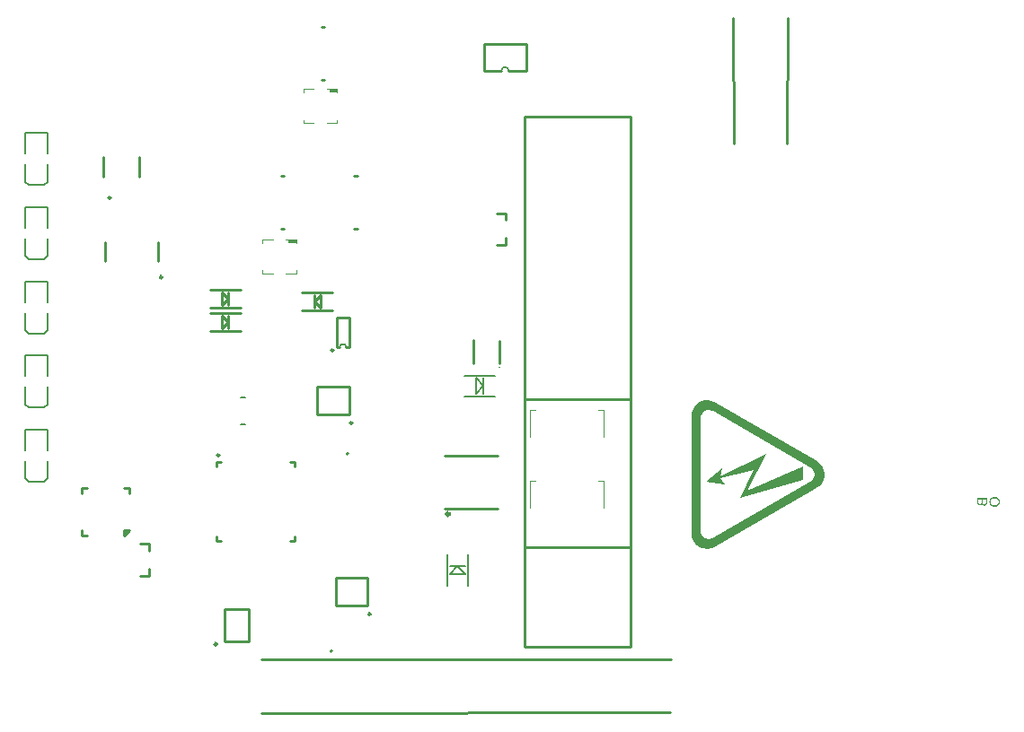
<source format=gbo>
G04*
G04 #@! TF.GenerationSoftware,Altium Limited,Altium Designer,20.2.4 (192)*
G04*
G04 Layer_Color=32896*
%FSLAX25Y25*%
%MOIN*%
G70*
G04*
G04 #@! TF.SameCoordinates,632904D4-FBC6-4040-AE52-8F74E4E9F4E0*
G04*
G04*
G04 #@! TF.FilePolarity,Positive*
G04*
G01*
G75*
%ADD10C,0.00984*%
%ADD11C,0.00787*%
%ADD13C,0.01000*%
%ADD14C,0.00394*%
%ADD44C,0.01181*%
%ADD175C,0.00400*%
%ADD176C,0.00591*%
G36*
X256961Y130872D02*
X257658Y130779D01*
X257984Y130709D01*
X258263Y130616D01*
X258542Y130523D01*
X258775Y130430D01*
X258984Y130360D01*
X259170Y130267D01*
X259310Y130198D01*
X259403Y130151D01*
X259473Y130128D01*
X259496Y130104D01*
X297573Y108147D01*
X297829Y107961D01*
X298061Y107798D01*
X298201Y107705D01*
X298224Y107659D01*
X298247D01*
X298433Y107496D01*
X298643Y107310D01*
X298782Y107170D01*
X298829Y107124D01*
X298852Y107100D01*
X299108Y106798D01*
X299340Y106472D01*
X299550Y106147D01*
X299736Y105821D01*
X299875Y105496D01*
X299992Y105170D01*
X300178Y104588D01*
X300248Y104309D01*
X300294Y104053D01*
X300317Y103844D01*
X300341Y103658D01*
X300364Y103495D01*
Y103286D01*
X300341Y102727D01*
X300248Y102192D01*
X300131Y101704D01*
X299992Y101285D01*
X299829Y100936D01*
X299782Y100797D01*
X299712Y100681D01*
X299666Y100588D01*
X299620Y100518D01*
X299596Y100471D01*
Y100448D01*
X299480Y100262D01*
X299387Y100146D01*
X299340Y100053D01*
X299317Y100029D01*
Y100053D01*
X299038Y99681D01*
X298736Y99355D01*
X298410Y99076D01*
X298131Y98843D01*
X297875Y98657D01*
X297666Y98518D01*
X297526Y98424D01*
X297503Y98401D01*
X297480D01*
X259403Y76397D01*
X259380D01*
X259356Y76374D01*
X259310Y76351D01*
X259287Y76327D01*
X258961Y76188D01*
X258728Y76072D01*
X258635Y76048D01*
X258566Y76025D01*
X258542Y76002D01*
X258519D01*
X258449Y75978D01*
X258333Y75932D01*
X258077Y75862D01*
X257961Y75816D01*
X257844Y75792D01*
X257775Y75769D01*
X257751D01*
X257356Y75699D01*
X256984Y75676D01*
X256612Y75653D01*
X256240Y75676D01*
X255588Y75769D01*
X255286Y75839D01*
X254983Y75909D01*
X254728Y76002D01*
X254518Y76072D01*
X254309Y76165D01*
X254146Y76234D01*
X254007Y76304D01*
X253914Y76351D01*
X253844Y76397D01*
X253820D01*
X253797D01*
Y76420D01*
X253541Y76560D01*
X253309Y76723D01*
X253239Y76793D01*
X253169Y76839D01*
X253123Y76862D01*
X253099Y76886D01*
X252867Y77072D01*
X252681Y77258D01*
X252541Y77397D01*
X252518Y77444D01*
X252495Y77467D01*
X252216Y77793D01*
X251983Y78118D01*
X251797Y78444D01*
X251611Y78770D01*
X251471Y79095D01*
X251332Y79421D01*
X251169Y80026D01*
X251099Y80305D01*
X251053Y80561D01*
X251029Y80793D01*
X251006Y80979D01*
X250983Y81142D01*
Y125406D01*
X251006Y125592D01*
X251029Y125755D01*
Y125894D01*
X251053Y126011D01*
Y126104D01*
X251076Y126174D01*
Y126220D01*
X251099Y126336D01*
X251122Y126453D01*
X251192Y126709D01*
X251215Y126825D01*
X251239Y126918D01*
X251262Y126988D01*
Y127011D01*
X251401Y127383D01*
X251564Y127732D01*
X251937Y128360D01*
X252146Y128662D01*
X252355Y128918D01*
X252565Y129151D01*
X252797Y129360D01*
X252983Y129546D01*
X253192Y129709D01*
X253355Y129849D01*
X253518Y129965D01*
X253635Y130058D01*
X253728Y130128D01*
X253797Y130151D01*
X253820Y130174D01*
X254007Y130267D01*
X254146Y130337D01*
X254286Y130407D01*
X254402Y130453D01*
X254472Y130500D01*
X254542Y130523D01*
X254588Y130546D01*
X254914Y130663D01*
X255170Y130733D01*
X255263Y130756D01*
X255332D01*
X255379Y130779D01*
X255402D01*
X255798Y130849D01*
X256216Y130895D01*
X256589D01*
X256961Y130872D01*
D02*
G37*
G36*
X360779Y93032D02*
X360775Y92967D01*
X360774Y92908D01*
X360768Y92851D01*
X360765Y92797D01*
X360760Y92747D01*
X360753Y92701D01*
X360748Y92658D01*
X360742Y92620D01*
X360735Y92586D01*
X360730Y92557D01*
X360727Y92534D01*
X360721Y92515D01*
X360720Y92501D01*
X360716Y92493D01*
Y92489D01*
X360704Y92444D01*
X360690Y92400D01*
X360676Y92358D01*
X360661Y92320D01*
X360645Y92284D01*
X360629Y92249D01*
X360614Y92218D01*
X360600Y92190D01*
X360586Y92164D01*
X360572Y92141D01*
X360561Y92122D01*
X360551Y92106D01*
X360542Y92094D01*
X360535Y92084D01*
X360532Y92078D01*
X360530Y92077D01*
X360506Y92047D01*
X360480Y92018D01*
X360422Y91964D01*
X360394Y91939D01*
X360365Y91917D01*
X360335Y91896D01*
X360307Y91877D01*
X360281Y91859D01*
X360257Y91843D01*
X360236Y91831D01*
X360217Y91819D01*
X360201Y91812D01*
X360189Y91805D01*
X360180Y91802D01*
X360179Y91800D01*
X360135Y91781D01*
X360092Y91764D01*
X360048Y91748D01*
X360005Y91734D01*
X359963Y91723D01*
X359923Y91715D01*
X359883Y91708D01*
X359846Y91701D01*
X359813Y91696D01*
X359782Y91692D01*
X359754Y91690D01*
X359731Y91689D01*
X359712Y91687D01*
X359698D01*
X359690D01*
X359686D01*
X359625Y91689D01*
X359568Y91696D01*
X359512Y91704D01*
X359458Y91716D01*
X359408Y91730D01*
X359361Y91746D01*
X359317Y91762D01*
X359277Y91779D01*
X359241Y91796D01*
X359209Y91812D01*
X359181Y91828D01*
X359159Y91842D01*
X359140Y91854D01*
X359126Y91863D01*
X359119Y91870D01*
X359115Y91871D01*
X359072Y91908D01*
X359032Y91946D01*
X358994Y91988D01*
X358961Y92031D01*
X358929Y92075D01*
X358901Y92118D01*
X358875Y92162D01*
X358853Y92204D01*
X358834Y92244D01*
X358818Y92280D01*
X358804Y92313D01*
X358792Y92343D01*
X358783Y92365D01*
X358778Y92383D01*
X358776Y92390D01*
X358774Y92395D01*
X358773Y92397D01*
Y92399D01*
X358747Y92350D01*
X358720Y92305D01*
X358691Y92263D01*
X358663Y92225D01*
X358633Y92188D01*
X358606Y92157D01*
X358578Y92127D01*
X358550Y92101D01*
X358526Y92077D01*
X358503Y92058D01*
X358482Y92040D01*
X358463Y92026D01*
X358449Y92016D01*
X358437Y92007D01*
X358430Y92004D01*
X358428Y92002D01*
X358388Y91979D01*
X358346Y91958D01*
X358306Y91941D01*
X358266Y91925D01*
X358228Y91913D01*
X358190Y91903D01*
X358153Y91892D01*
X358120Y91885D01*
X358089Y91880D01*
X358059Y91877D01*
X358035Y91873D01*
X358014Y91871D01*
X357997Y91870D01*
X357983D01*
X357976D01*
X357972D01*
X357924Y91871D01*
X357876Y91877D01*
X357830Y91883D01*
X357784Y91892D01*
X357743Y91904D01*
X357701Y91917D01*
X357663Y91931D01*
X357626Y91943D01*
X357593Y91957D01*
X357563Y91970D01*
X357537Y91983D01*
X357516Y91995D01*
X357499Y92004D01*
X357485Y92010D01*
X357478Y92016D01*
X357475Y92018D01*
X357431Y92047D01*
X357391Y92078D01*
X357353Y92110D01*
X357318Y92145D01*
X357287Y92178D01*
X357259Y92212D01*
X357233Y92245D01*
X357208Y92278D01*
X357188Y92308D01*
X357170Y92338D01*
X357154Y92362D01*
X357142Y92385D01*
X357134Y92402D01*
X357127Y92416D01*
X357123Y92425D01*
X357121Y92428D01*
X357101Y92479D01*
X357083Y92532D01*
X357067Y92588D01*
X357055Y92646D01*
X357043Y92705D01*
X357034Y92762D01*
X357027Y92818D01*
X357020Y92872D01*
X357015Y92924D01*
X357012Y92971D01*
X357010Y93013D01*
X357008Y93049D01*
Y93065D01*
X357007Y93079D01*
Y94537D01*
X360779D01*
Y93032D01*
D02*
G37*
G36*
X363627Y94912D02*
X363717Y94905D01*
X363806Y94895D01*
X363891Y94881D01*
X363973Y94863D01*
X364051Y94846D01*
X364124Y94827D01*
X364192Y94806D01*
X364255Y94785D01*
X364282Y94776D01*
X364310Y94766D01*
X364335Y94757D01*
X364359Y94748D01*
X364380Y94740D01*
X364399Y94731D01*
X364418Y94724D01*
X364432Y94717D01*
X364446Y94712D01*
X364457Y94707D01*
X364465Y94703D01*
X364472Y94700D01*
X364476Y94698D01*
X364477D01*
X364559Y94655D01*
X364636Y94609D01*
X364707Y94559D01*
X364775Y94508D01*
X364838Y94454D01*
X364895Y94402D01*
X364947Y94350D01*
X364994Y94300D01*
X365038Y94251D01*
X365074Y94207D01*
X365106Y94167D01*
X365132Y94133D01*
X365142Y94117D01*
X365153Y94103D01*
X365160Y94091D01*
X365166Y94082D01*
X365172Y94073D01*
X365175Y94068D01*
X365179Y94065D01*
Y94063D01*
X365224Y93983D01*
X365262Y93901D01*
X365297Y93819D01*
X365326Y93736D01*
X365351Y93656D01*
X365372Y93576D01*
X365389Y93501D01*
X365403Y93428D01*
X365413Y93362D01*
X365421Y93301D01*
X365424Y93271D01*
X365426Y93245D01*
X365429Y93221D01*
X365431Y93200D01*
Y93179D01*
X365433Y93161D01*
Y93146D01*
X365434Y93134D01*
Y93109D01*
X365431Y93019D01*
X365424Y92928D01*
X365413Y92843D01*
X365398Y92760D01*
X365381Y92680D01*
X365361Y92605D01*
X365340Y92533D01*
X365318Y92467D01*
X365297Y92408D01*
X365276Y92354D01*
X365266Y92330D01*
X365257Y92307D01*
X365248Y92286D01*
X365240Y92267D01*
X365231Y92251D01*
X365224Y92236D01*
X365219Y92224D01*
X365213Y92213D01*
X365208Y92204D01*
X365205Y92199D01*
X365203Y92196D01*
Y92194D01*
X365158Y92118D01*
X365107Y92045D01*
X365053Y91977D01*
X364998Y91912D01*
X364942Y91853D01*
X364885Y91799D01*
X364829Y91750D01*
X364775Y91707D01*
X364723Y91667D01*
X364674Y91634D01*
X364631Y91604D01*
X364594Y91582D01*
X364577Y91571D01*
X364563Y91562D01*
X364550Y91556D01*
X364538Y91549D01*
X364531Y91543D01*
X364524Y91542D01*
X364521Y91538D01*
X364519D01*
X364432Y91498D01*
X364345Y91462D01*
X364256Y91430D01*
X364168Y91404D01*
X364079Y91382D01*
X363994Y91362D01*
X363912Y91348D01*
X363835Y91336D01*
X363762Y91326D01*
X363729Y91322D01*
X363696Y91319D01*
X363667Y91315D01*
X363637Y91314D01*
X363611Y91312D01*
X363588Y91310D01*
X363566Y91308D01*
X363546D01*
X363531Y91307D01*
X363517D01*
X363505D01*
X363498D01*
X363493D01*
X363491D01*
X363386Y91308D01*
X363285Y91315D01*
X363188Y91328D01*
X363094Y91342D01*
X363005Y91357D01*
X362922Y91376D01*
X362845Y91395D01*
X362774Y91416D01*
X362739Y91427D01*
X362708Y91437D01*
X362678Y91446D01*
X362650Y91456D01*
X362624Y91467D01*
X362600Y91475D01*
X362579Y91484D01*
X362558Y91491D01*
X362541Y91500D01*
X362525Y91505D01*
X362511Y91512D01*
X362501Y91517D01*
X362492Y91521D01*
X362485Y91524D01*
X362482Y91526D01*
X362480D01*
X362398Y91569D01*
X362321Y91616D01*
X362250Y91667D01*
X362182Y91719D01*
X362120Y91771D01*
X362062Y91825D01*
X362012Y91877D01*
X361965Y91928D01*
X361923Y91977D01*
X361887Y92022D01*
X361855Y92062D01*
X361829Y92097D01*
X361819Y92112D01*
X361810Y92126D01*
X361801Y92138D01*
X361796Y92147D01*
X361791Y92156D01*
X361787Y92161D01*
X361784Y92164D01*
Y92166D01*
X361740Y92246D01*
X361700Y92326D01*
X361667Y92408D01*
X361639Y92490D01*
X361615Y92570D01*
X361594Y92648D01*
X361579Y92723D01*
X361565Y92794D01*
X361554Y92861D01*
X361547Y92920D01*
X361544Y92948D01*
X361540Y92974D01*
X361539Y92998D01*
X361537Y93019D01*
X361535Y93040D01*
Y93071D01*
X361533Y93085D01*
Y93108D01*
X361535Y93181D01*
X361539Y93254D01*
X361547Y93323D01*
X361556Y93393D01*
X361568Y93459D01*
X361582Y93524D01*
X361598Y93586D01*
X361617Y93647D01*
X361636Y93706D01*
X361657Y93762D01*
X361680Y93818D01*
X361702Y93870D01*
X361725Y93920D01*
X361749Y93967D01*
X361775Y94014D01*
X361800Y94058D01*
X361824Y94098D01*
X361850Y94138D01*
X361873Y94174D01*
X361897Y94207D01*
X361920Y94239D01*
X361942Y94268D01*
X361963Y94294D01*
X361982Y94317D01*
X362000Y94340D01*
X362017Y94357D01*
X362031Y94373D01*
X362043Y94387D01*
X362052Y94395D01*
X362060Y94404D01*
X362064Y94407D01*
X362066Y94409D01*
X362116Y94454D01*
X362170Y94498D01*
X362224Y94538D01*
X362281Y94576D01*
X362339Y94611D01*
X362398Y94642D01*
X362459Y94674D01*
X362520Y94701D01*
X362581Y94726D01*
X362642Y94750D01*
X362703Y94771D01*
X362764Y94790D01*
X362824Y94808D01*
X362884Y94823D01*
X362998Y94851D01*
X363054Y94862D01*
X363108Y94872D01*
X363160Y94881D01*
X363209Y94888D01*
X363256Y94893D01*
X363301Y94898D01*
X363341Y94903D01*
X363380Y94905D01*
X363414Y94908D01*
X363444Y94910D01*
X363470Y94912D01*
X363493D01*
X363510Y94914D01*
X363524D01*
X363531D01*
X363534D01*
X363627Y94912D01*
D02*
G37*
%LPC*%
G36*
X257565Y127244D02*
X257472D01*
X257403D01*
X257379D01*
X257077Y127220D01*
X256798Y127174D01*
X256542Y127104D01*
X256309Y127034D01*
X256123Y126964D01*
X255984Y126895D01*
X255867Y126848D01*
X255844Y126825D01*
X255495Y126569D01*
X255193Y126290D01*
X254960Y126011D01*
X254774Y125732D01*
X254635Y125476D01*
X254542Y125290D01*
X254495Y125150D01*
X254472Y125127D01*
Y125104D01*
X254495Y125150D01*
Y125104D01*
X254449Y124987D01*
X254425Y124871D01*
X254402Y124778D01*
X254356Y124685D01*
Y124220D01*
X254332Y124197D01*
Y82398D01*
X254356Y81956D01*
X254449Y81561D01*
X254588Y81212D01*
X254728Y80910D01*
X254867Y80654D01*
X255007Y80468D01*
X255100Y80375D01*
X255123Y80328D01*
X255286Y80189D01*
X255379Y80095D01*
X255449Y80049D01*
X255472Y80026D01*
X255588Y79909D01*
X255728Y79816D01*
X255821Y79770D01*
X255844Y79747D01*
X256216Y79561D01*
X256612Y79444D01*
X256961Y79374D01*
X257286Y79351D01*
X257565D01*
X257798Y79374D01*
X257938Y79398D01*
X257961D01*
X257984D01*
X258100Y79421D01*
X258240Y79467D01*
X258356Y79514D01*
X258403Y79537D01*
X258519Y79584D01*
X258659Y79630D01*
X258775Y79677D01*
X258798Y79700D01*
X258821D01*
X258845Y79723D01*
X258868Y79747D01*
Y79723D01*
X295060Y100634D01*
X295270Y100750D01*
X295456Y100913D01*
X295619Y101053D01*
X295782Y101192D01*
X295898Y101332D01*
X295991Y101448D01*
X296037Y101518D01*
X296061Y101541D01*
X296084Y101611D01*
X296107Y101634D01*
X296177Y101727D01*
X296200Y101751D01*
X296340Y102030D01*
X296433Y102286D01*
X296526Y102565D01*
X296572Y102797D01*
X296596Y102983D01*
X296619Y103146D01*
Y103286D01*
X296596D01*
X296572Y103704D01*
X296479Y104100D01*
X296340Y104449D01*
X296200Y104751D01*
X296061Y105007D01*
X295921Y105170D01*
X295828Y105286D01*
X295805Y105333D01*
X295665Y105472D01*
X295572Y105565D01*
X295502Y105612D01*
X295479Y105635D01*
X295363Y105728D01*
X295270Y105775D01*
X295200Y105821D01*
X295154Y105868D01*
X295107Y105891D01*
X258938Y126778D01*
X258914Y126802D01*
X258682Y126918D01*
X258472Y127011D01*
X258263Y127081D01*
X258054Y127150D01*
X257891Y127174D01*
X257775Y127197D01*
X257682Y127220D01*
X257658D01*
X257635D01*
X257565Y127244D01*
D02*
G37*
%LPD*%
G36*
X271777Y97238D02*
X292525Y106240D01*
X292362Y101239D01*
X268916Y94470D01*
X274127Y105053D01*
X261636Y101797D01*
X263427Y99494D01*
X256426Y100634D01*
X262287Y105635D01*
X261543Y102635D01*
X278872Y111008D01*
X271777Y97238D01*
D02*
G37*
%LPC*%
G36*
X358592Y94038D02*
X357452D01*
Y93209D01*
X357454Y93142D01*
X357457Y93079D01*
X357461Y93022D01*
X357464Y92969D01*
X357469Y92922D01*
X357475Y92880D01*
X357478Y92844D01*
X357483Y92813D01*
X357488Y92785D01*
X357494Y92760D01*
X357497Y92743D01*
X357501Y92727D01*
X357504Y92719D01*
X357506Y92712D01*
Y92710D01*
X357516Y92679D01*
X357528Y92651D01*
X357542Y92623D01*
X357558Y92599D01*
X357574Y92576D01*
X357591Y92555D01*
X357607Y92534D01*
X357623Y92519D01*
X357638Y92503D01*
X357652Y92489D01*
X357666Y92479D01*
X357678Y92468D01*
X357687Y92461D01*
X357694Y92456D01*
X357699Y92454D01*
X357701Y92453D01*
X357729Y92437D01*
X357756Y92423D01*
X357784Y92411D01*
X357812Y92400D01*
X357868Y92385D01*
X357920Y92373D01*
X357943Y92369D01*
X357963Y92367D01*
X357983Y92365D01*
X358000Y92364D01*
X358012Y92362D01*
X358023D01*
X358030D01*
X358031D01*
X358068Y92364D01*
X358103Y92365D01*
X358136Y92371D01*
X358167Y92378D01*
X358197Y92385D01*
X358223Y92393D01*
X358249Y92402D01*
X358272Y92411D01*
X358292Y92419D01*
X358310Y92428D01*
X358326Y92437D01*
X358338Y92444D01*
X358348Y92451D01*
X358355Y92456D01*
X358360Y92458D01*
X358362Y92459D01*
X358386Y92479D01*
X358407Y92500D01*
X358446Y92545D01*
X358479Y92592D01*
X358505Y92639D01*
X358515Y92660D01*
X358524Y92680D01*
X358531Y92698D01*
X358538Y92713D01*
X358543Y92727D01*
X358545Y92736D01*
X358548Y92743D01*
Y92745D01*
X358555Y92774D01*
X358562Y92808D01*
X358569Y92842D01*
X358573Y92880D01*
X358581Y92959D01*
X358587Y93037D01*
X358588Y93074D01*
X358590Y93108D01*
Y93140D01*
X358592Y93168D01*
Y94038D01*
D02*
G37*
G36*
X360335D02*
X359037D01*
Y93098D01*
X359041Y93037D01*
X359042Y92980D01*
X359048Y92926D01*
X359053Y92877D01*
X359058Y92832D01*
X359063Y92790D01*
X359068Y92753D01*
X359075Y92721D01*
X359081Y92693D01*
X359086Y92668D01*
X359091Y92647D01*
X359096Y92632D01*
X359098Y92621D01*
X359102Y92614D01*
Y92613D01*
X359114Y92578D01*
X359129Y92545D01*
X359145Y92513D01*
X359162Y92486D01*
X359180Y92458D01*
X359199Y92433D01*
X359216Y92411D01*
X359234Y92392D01*
X359251Y92373D01*
X359268Y92357D01*
X359282Y92345D01*
X359295Y92332D01*
X359305Y92324D01*
X359314Y92318D01*
X359319Y92315D01*
X359321Y92313D01*
X359350Y92294D01*
X359382Y92278D01*
X359411Y92263D01*
X359442Y92251D01*
X359474Y92240D01*
X359505Y92232D01*
X359533Y92225D01*
X359561Y92219D01*
X359587Y92214D01*
X359611Y92211D01*
X359632Y92209D01*
X359651Y92207D01*
X359665Y92205D01*
X359677D01*
X359684D01*
X359686D01*
X359719D01*
X359751Y92209D01*
X359811Y92218D01*
X359839Y92223D01*
X359865Y92230D01*
X359890Y92235D01*
X359912Y92242D01*
X359933Y92249D01*
X359951Y92256D01*
X359966Y92263D01*
X359980Y92268D01*
X359991Y92273D01*
X359998Y92277D01*
X360003Y92278D01*
X360005Y92280D01*
X360053Y92310D01*
X360095Y92341D01*
X360132Y92373D01*
X360161Y92402D01*
X360186Y92430D01*
X360194Y92440D01*
X360201Y92451D01*
X360208Y92459D01*
X360212Y92465D01*
X360213Y92468D01*
X360215Y92470D01*
X360240Y92515D01*
X360260Y92564D01*
X360278Y92613D01*
X360292Y92658D01*
X360299Y92679D01*
X360302Y92698D01*
X360307Y92715D01*
X360311Y92729D01*
X360313Y92741D01*
X360314Y92752D01*
X360316Y92757D01*
Y92759D01*
X360319Y92778D01*
X360323Y92800D01*
X360325Y92827D01*
X360327Y92853D01*
X360330Y92908D01*
X360333Y92964D01*
Y93016D01*
X360335Y93039D01*
Y94038D01*
D02*
G37*
G36*
X363573Y94399D02*
X363560D01*
X363550D01*
X363545D01*
X363543D01*
X363465Y94397D01*
X363388Y94395D01*
X363317Y94390D01*
X363246Y94383D01*
X363179Y94374D01*
X363115Y94364D01*
X363052Y94352D01*
X362993Y94340D01*
X362937Y94326D01*
X362884Y94310D01*
X362831Y94294D01*
X362783Y94279D01*
X362737Y94261D01*
X362694Y94244D01*
X362654Y94226D01*
X362616Y94207D01*
X362579Y94190D01*
X362546Y94173D01*
X362515Y94155D01*
X362487Y94138D01*
X362461Y94122D01*
X362436Y94106D01*
X362416Y94091D01*
X362396Y94077D01*
X362381Y94065D01*
X362365Y94052D01*
X362355Y94042D01*
X362344Y94033D01*
X362337Y94026D01*
X362330Y94021D01*
X362329Y94019D01*
X362327Y94018D01*
X362294Y93981D01*
X362262Y93945D01*
X362234Y93906D01*
X362207Y93868D01*
X362182Y93830D01*
X362158Y93791D01*
X362116Y93713D01*
X362081Y93637D01*
X362052Y93560D01*
X362028Y93487D01*
X362008Y93417D01*
X361993Y93351D01*
X361982Y93292D01*
X361977Y93264D01*
X361974Y93238D01*
X361972Y93216D01*
X361968Y93193D01*
X361967Y93174D01*
X361965Y93156D01*
Y93141D01*
X361963Y93129D01*
Y93104D01*
X361965Y93034D01*
X361972Y92968D01*
X361981Y92904D01*
X361993Y92841D01*
X362007Y92784D01*
X362022Y92728D01*
X362040Y92676D01*
X362057Y92629D01*
X362076Y92586D01*
X362092Y92547D01*
X362109Y92513D01*
X362123Y92485D01*
X362135Y92462D01*
X362144Y92446D01*
X362151Y92436D01*
X362153Y92432D01*
X362189Y92378D01*
X362229Y92326D01*
X362271Y92279D01*
X362315Y92234D01*
X362360Y92194D01*
X362403Y92156D01*
X362447Y92123D01*
X362489Y92091D01*
X362529Y92065D01*
X362567Y92041D01*
X362600Y92022D01*
X362628Y92006D01*
X362652Y91992D01*
X362669Y91984D01*
X362677Y91980D01*
X362682Y91978D01*
X362684Y91977D01*
X362685D01*
X362751Y91949D01*
X362817Y91924D01*
X362887Y91904D01*
X362955Y91886D01*
X363023Y91870D01*
X363091Y91858D01*
X363155Y91848D01*
X363216Y91839D01*
X363273Y91834D01*
X363326Y91829D01*
X363371Y91825D01*
X363392Y91824D01*
X363411Y91822D01*
X363428D01*
X363444D01*
X363458Y91820D01*
X363468D01*
X363477D01*
X363484D01*
X363487D01*
X363489D01*
X363557Y91822D01*
X363621Y91824D01*
X363684Y91829D01*
X363747Y91836D01*
X363806Y91844D01*
X363863Y91853D01*
X363919Y91865D01*
X363971Y91877D01*
X364023Y91890D01*
X364072Y91905D01*
X364119Y91919D01*
X364164Y91935D01*
X364208Y91952D01*
X364248Y91968D01*
X364288Y91985D01*
X364324Y92003D01*
X364359Y92020D01*
X364390Y92037D01*
X364422Y92053D01*
X364450Y92071D01*
X364476Y92086D01*
X364498Y92100D01*
X364521Y92114D01*
X364540Y92128D01*
X364557Y92140D01*
X364571Y92152D01*
X364583Y92161D01*
X364594Y92170D01*
X364603Y92177D01*
X364608Y92182D01*
X364611Y92184D01*
X364613Y92185D01*
X364650Y92220D01*
X364683Y92255D01*
X364714Y92291D01*
X364744Y92330D01*
X364772Y92368D01*
X364798Y92406D01*
X364820Y92445D01*
X364843Y92483D01*
X364862Y92523D01*
X364881Y92561D01*
X364912Y92638D01*
X364938Y92714D01*
X364959Y92786D01*
X364977Y92854D01*
X364989Y92914D01*
X364994Y92944D01*
X364998Y92970D01*
X365001Y92996D01*
X365003Y93019D01*
X365006Y93040D01*
Y93059D01*
X365008Y93075D01*
X365010Y93089D01*
Y93113D01*
X365008Y93163D01*
X365005Y93214D01*
X364999Y93262D01*
X364992Y93311D01*
X364973Y93403D01*
X364949Y93490D01*
X364919Y93572D01*
X364886Y93647D01*
X364850Y93717D01*
X364813Y93781D01*
X364777Y93838D01*
X364759Y93863D01*
X364742Y93887D01*
X364724Y93910D01*
X364709Y93931D01*
X364693Y93950D01*
X364679Y93967D01*
X364667Y93983D01*
X364655Y93995D01*
X364644Y94007D01*
X364636Y94016D01*
X364629Y94023D01*
X364622Y94030D01*
X364620Y94032D01*
X364618Y94033D01*
X364580Y94066D01*
X364542Y94098D01*
X364500Y94127D01*
X364460Y94153D01*
X364417Y94179D01*
X364373Y94202D01*
X364330Y94225D01*
X364284Y94244D01*
X364194Y94280D01*
X364105Y94310D01*
X364018Y94334D01*
X363933Y94353D01*
X363853Y94367D01*
X363816Y94374D01*
X363780Y94380D01*
X363745Y94383D01*
X363714Y94388D01*
X363684Y94390D01*
X363656Y94393D01*
X363630Y94395D01*
X363609Y94397D01*
X363590D01*
X363573Y94399D01*
D02*
G37*
%LPD*%
D10*
X75886Y110433D02*
G03*
X75886Y110433I-492J0D01*
G01*
X74902Y40256D02*
G03*
X74902Y40256I-492J0D01*
G01*
X54646Y176575D02*
G03*
X54646Y176575I-492J0D01*
G01*
X35531Y206102D02*
G03*
X35531Y206102I-492J0D01*
G01*
X49606Y75000D02*
Y77559D01*
Y65748D02*
Y68307D01*
X46260Y77559D02*
X49606D01*
X46260Y65748D02*
X49606D01*
X79016Y157480D02*
Y162205D01*
X76653Y157480D02*
X79016Y159843D01*
X76653Y162205D02*
X79016Y159843D01*
X76653Y157480D02*
Y162205D01*
X72323Y163189D02*
X83661D01*
X72323Y156496D02*
X83661D01*
X178543Y188583D02*
X181890D01*
X178543Y200394D02*
X181890D01*
Y188583D02*
Y191142D01*
Y197835D02*
Y200394D01*
X103543Y106201D02*
Y107874D01*
X102067D02*
X103543D01*
Y78740D02*
Y80413D01*
X102067Y78740D02*
X103543D01*
X74803D02*
X76279D01*
X74803D02*
Y80413D01*
Y106201D02*
Y107874D01*
X76279D01*
X77756Y41142D02*
Y53347D01*
X86811Y41142D02*
Y53347D01*
X77756Y41142D02*
X86811D01*
X77756Y53347D02*
X86811D01*
X122835Y150591D02*
X124016D01*
X119291D02*
X120473D01*
X124016D02*
Y161614D01*
X119291D02*
X124016D01*
X119291Y150591D02*
Y161614D01*
X113583Y250000D02*
X114764D01*
X113583Y269685D02*
X114764D01*
X173917Y253405D02*
X180541D01*
X183041D02*
X189665D01*
Y263405D01*
X173917D02*
X189665D01*
X173917Y253405D02*
Y263405D01*
X53150Y182480D02*
Y189567D01*
X33465Y182480D02*
Y189567D01*
X170197Y153150D02*
X170197Y144685D01*
X179646D02*
Y152756D01*
X46063Y213779D02*
Y221260D01*
X32677Y213779D02*
Y221260D01*
X72323Y165157D02*
X83661D01*
X72323Y171850D02*
X83661D01*
X76654Y166142D02*
Y170866D01*
X79016Y168504D01*
X76654Y166142D02*
X79016Y168504D01*
X79016Y166142D02*
Y170866D01*
X106496Y171063D02*
X117835D01*
X106496Y164370D02*
X117835D01*
X113504Y165354D02*
Y170079D01*
X111142Y167717D02*
X113504Y165354D01*
X111142Y167717D02*
X113504Y170079D01*
X111142Y165354D02*
Y170079D01*
X98622Y214173D02*
X99803D01*
X98622Y194488D02*
X99803D01*
X125787Y194488D02*
X126969D01*
X125787Y214173D02*
X126969D01*
X266535Y272835D02*
X266732Y226378D01*
X286417D02*
X286614Y272835D01*
D11*
X122835Y150591D02*
G03*
X120473Y150591I-1181J0D01*
G01*
X183041Y253405D02*
G03*
X180541Y253405I-1250J0D01*
G01*
X179842Y143110D02*
G03*
X179842Y143110I-197J0D01*
G01*
X117717Y37598D02*
G03*
X117717Y37598I-394J0D01*
G01*
X123622Y111024D02*
G03*
X123622Y111024I-394J0D01*
G01*
D13*
X131890Y51378D02*
G03*
X131890Y51378I-394J0D01*
G01*
X118110Y149409D02*
G03*
X118110Y149409I-394J0D01*
G01*
X125079Y122441D02*
G03*
X125079Y122441I-394J0D01*
G01*
X130709Y54527D02*
Y64764D01*
X118898D02*
X130709D01*
X118898Y54527D02*
Y64764D01*
Y54527D02*
X130709D01*
X24606Y80512D02*
X26575D01*
X24606D02*
Y82480D01*
Y96260D02*
Y98228D01*
X26575D01*
X40354D02*
X42323D01*
Y96260D02*
Y98228D01*
X40354Y82480D02*
X42323D01*
X40354Y80512D02*
X42323Y82480D01*
X40354Y80512D02*
Y82480D01*
X159449Y110236D02*
X179134D01*
X159449Y90551D02*
X179134D01*
X112087Y125591D02*
X123898D01*
X112087D02*
Y135827D01*
X123898D01*
Y125591D02*
Y135827D01*
X188976Y76272D02*
X228346D01*
X188976Y131390D02*
X228346D01*
X188976Y236221D02*
X228346D01*
X188976Y39370D02*
X228346D01*
Y236221D01*
X188976D02*
X188976Y39370D01*
X91339Y14567D02*
X242913Y14961D01*
X91339Y34449D02*
X243307Y34449D01*
D14*
X119488Y245276D02*
Y246457D01*
X115551D02*
X119488D01*
X106890D02*
X110827D01*
X106890Y245276D02*
Y246457D01*
Y233858D02*
Y235039D01*
Y233858D02*
X110827D01*
X115551D02*
X119488D01*
Y235039D01*
X116634Y245571D02*
Y246457D01*
Y245571D02*
X119488D01*
Y245866D01*
X116634D02*
X119488D01*
X116634D02*
Y246161D01*
X119488D01*
X101476Y190256D02*
X104331D01*
X101476Y189961D02*
Y190256D01*
Y189961D02*
X104331D01*
Y189665D02*
Y189961D01*
X101476Y189665D02*
X104331D01*
X101476D02*
Y190551D01*
X104331Y177953D02*
Y179134D01*
X100394Y177953D02*
X104331D01*
X91732D02*
X95669D01*
X91732D02*
Y179134D01*
Y189370D02*
Y190551D01*
X95669D01*
X100394D02*
X104331D01*
Y189370D02*
Y190551D01*
D44*
X161221Y88583D02*
G03*
X161221Y88583I-591J0D01*
G01*
D175*
X216535Y100788D02*
X218504Y100788D01*
X218504Y90945D01*
X190945Y100788D02*
X190945Y90945D01*
X190945Y100788D02*
X192913Y100788D01*
X190945Y127166D02*
X192913Y127166D01*
X190945Y127166D02*
X190945Y117323D01*
X218504Y127166D02*
X218504Y117323D01*
X216535Y127166D02*
X218504Y127166D01*
D176*
X83661Y131890D02*
X85236D01*
X83661Y122047D02*
X85236D01*
X173819Y133268D02*
Y139173D01*
X171063D02*
X173819Y136221D01*
X171063Y133268D02*
X173819Y136221D01*
X171063Y133268D02*
Y139173D01*
X166732Y132362D02*
X178150D01*
X166732Y140079D02*
X178150D01*
X12024Y222441D02*
Y230134D01*
X3724D02*
X12024D01*
X3724Y222441D02*
Y230134D01*
X12024Y212024D02*
Y218504D01*
X10811Y210811D02*
X12024Y212024D01*
X3724D02*
Y218504D01*
Y212024D02*
X4937Y210811D01*
X10811D01*
X160315Y62008D02*
Y73425D01*
X168032Y62008D02*
Y73425D01*
X161221Y66339D02*
X167126D01*
X164173Y69095D02*
X167126Y66339D01*
X161221D02*
X164173Y69095D01*
X161221D02*
X167126D01*
X4937Y183252D02*
X10811D01*
X3724Y184465D02*
X4937Y183252D01*
X3724Y184465D02*
Y190945D01*
X10811Y183252D02*
X12024Y184465D01*
Y190945D01*
X3724Y194882D02*
Y202575D01*
X12024D01*
Y194882D02*
Y202575D01*
X4937Y128134D02*
X10811D01*
X3724Y129347D02*
X4937Y128134D01*
X3724Y129347D02*
Y135827D01*
X10811Y128134D02*
X12024Y129347D01*
Y135827D01*
X3724Y139764D02*
Y147457D01*
X12024D01*
Y139764D02*
Y147457D01*
X4937Y100575D02*
X10811D01*
X3724Y101787D02*
X4937Y100575D01*
X3724Y101787D02*
Y108268D01*
X10811Y100575D02*
X12024Y101787D01*
Y108268D01*
X3724Y112205D02*
Y119898D01*
X12024D01*
Y112205D02*
Y119898D01*
X4937Y155693D02*
X10811D01*
X3724Y156905D02*
X4937Y155693D01*
X3724Y156905D02*
Y163386D01*
X10811Y155693D02*
X12024Y156905D01*
Y163386D01*
X3724Y167323D02*
Y175016D01*
X12024D01*
Y167323D02*
Y175016D01*
M02*

</source>
